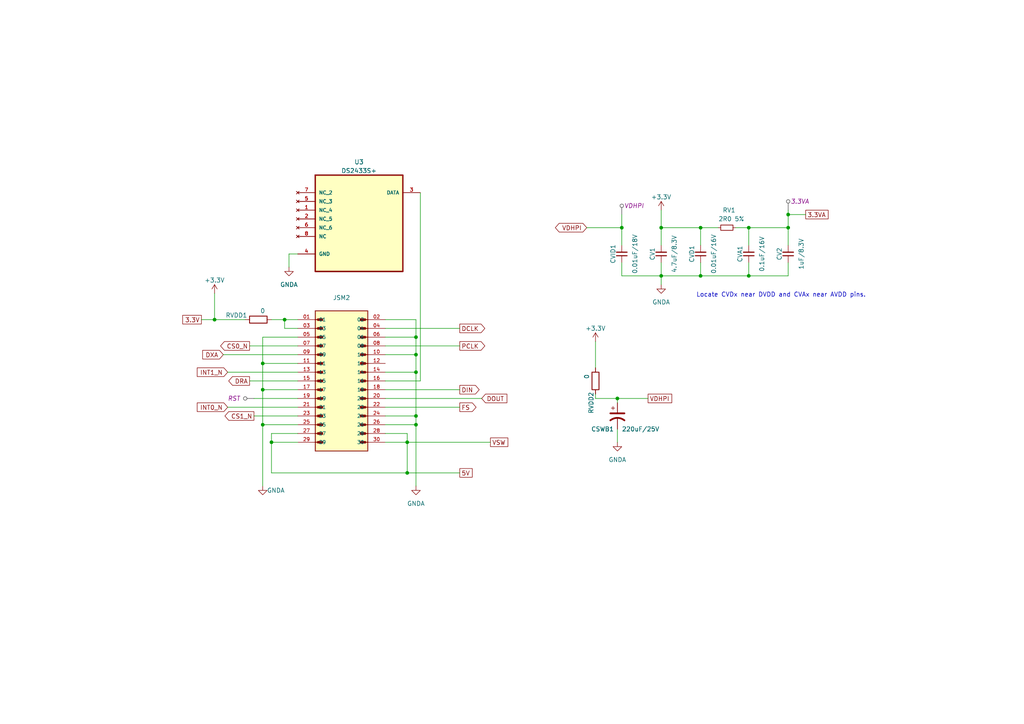
<source format=kicad_sch>
(kicad_sch (version 20230121) (generator eeschema)
  (paper "A4")
  (lib_symbols
    (symbol "Device:C_Polarized_US" (pin_numbers hide) (pin_names (offset 0.254) hide)
      (property "Reference" "C" (at 0.635 2.54 0))
      (property "Value" "C_Polarized_US" (at 0.635 -2.54 0))
      (symbol "C_Polarized_US_0_1"
        (polyline (pts (xy -2.032 0.762) (xy 2.032 0.762)) (stroke (width 0.508)))
        (polyline (pts (xy -1.778 2.286) (xy -0.762 2.286)))
        (polyline (pts (xy -1.27 1.778) (xy -1.27 2.794)))
        (arc (start 2.032 -1.27) (mid 0 -0.5572) (end -2.032 -1.27) (stroke (width 0.508)))
      )
      (symbol "C_Polarized_US_1_1"
        (pin passive line (at 0 3.81 270) (length 2.794) (name "~") (number "1"))
        (pin passive line (at 0 -3.81 90) (length 3.302) (name "~") (number "2"))
      )
    )
    (symbol "Device:C_Small" (pin_numbers hide) (pin_names (offset 0.254) hide)
      (property "Reference" "C" (at 0.254 1.778 0))
      (property "Value" "C_Small" (at 0.254 -2.032 0))
      (symbol "C_Small_0_1"
        (polyline (pts (xy -1.524 -0.508) (xy 1.524 -0.508)) (stroke (width 0.3302)))
        (polyline (pts (xy -1.524 0.508) (xy 1.524 0.508)) (stroke (width 0.3048)))
      )
      (symbol "C_Small_1_1"
        (pin passive line (at 0 2.54 270) (length 2.032) (name "~") (number "1"))
        (pin passive line (at 0 -2.54 90) (length 2.032) (name "~") (number "2"))
      )
    )
    (symbol "Device:R" (pin_numbers hide) (pin_names (offset 0))
      (property "Reference" "R" (at 2.032 0 90))
      (property "Value" "R" (at 0 0 90))
      (symbol "R_0_1"
        (rectangle (start -1.016 -2.54) (end 1.016 2.54) (stroke (width 0.254)))
      )
      (symbol "R_1_1"
        (pin passive line (at 0 3.81 270) (length 1.27) (name "~") (number "1"))
        (pin passive line (at 0 -3.81 90) (length 1.27) (name "~") (number "2"))
      )
    )
    (symbol "Device:R_Small" (pin_numbers hide) (pin_names (offset 0.254) hide)
      (property "Reference" "R" (at 0.762 0.508 0))
      (property "Value" "R_Small" (at 0.762 -1.016 0))
      (symbol "R_Small_0_1"
        (rectangle (start -0.762 1.778) (end 0.762 -1.778) (stroke (width 0.2032)))
      )
      (symbol "R_Small_1_1"
        (pin passive line (at 0 2.54 270) (length 0.762) (name "~") (number "1"))
        (pin passive line (at 0 -2.54 90) (length 0.762) (name "~") (number "2"))
      )
    )
    (symbol "my_lib:DS2433S+" (pin_names (offset 1.016))
      (property "Reference" "U" (at -4.6768 11.1327 0))
      (property "Value" "DS2433S+" (at -6.6116 -20.5213 0))
      (symbol "DS2433S+_0_0"
        (rectangle (start -12.7 -17.78) (end 12.7 10.16) (stroke (width 0.4064)) (fill (type background)))
        (pin no_connect line (at -17.78 0 0) (length 5.08) (name "NC_4") (number "1"))
        (pin no_connect line (at -17.78 -2.54 0) (length 5.08) (name "NC_5") (number "2"))
        (pin bidirectional line (at 17.78 5.08 180) (length 5.08) (name "DATA") (number "3"))
        (pin passive line (at -17.78 -12.7 0) (length 5.08) (name "GND") (number "4"))
        (pin no_connect line (at -17.78 2.54 0) (length 5.08) (name "NC_3") (number "5"))
        (pin no_connect line (at -17.78 -5.08 0) (length 5.08) (name "NC_6") (number "6"))
        (pin no_connect line (at -17.78 5.08 0) (length 5.08) (name "NC_2") (number "7"))
        (pin no_connect line (at -17.78 -7.62 0) (length 5.08) (name "NC") (number "8"))
      )
    )
    (symbol "pin_30_02:77313-101-30LF" (pin_names (offset 1.016))
      (property "Reference" "J" (at -8.12 20.32 0))
      (property "Value" "77313-101-30LF" (at -7.62 -22.86 0))
      (symbol "77313-101-30LF_0_0"
        (rectangle (start -7.62 -20.32) (end 7.62 20.32) (stroke (width 0.254)) (fill (type background)))
        (rectangle (start -6.985 -18.0975) (end -5.3975 -17.4625) (stroke (width 0.1)) (fill (type outline)))
        (rectangle (start -6.985 -15.5575) (end -5.3975 -14.9225) (stroke (width 0.1)) (fill (type outline)))
        (rectangle (start -6.985 -13.0175) (end -5.3975 -12.3825) (stroke (width 0.1)) (fill (type outline)))
        (rectangle (start -6.985 -10.4775) (end -5.3975 -9.8425) (stroke (width 0.1)) (fill (type outline)))
        (rectangle (start -6.985 -7.9375) (end -5.3975 -7.3025) (stroke (width 0.1)) (fill (type outline)))
        (rectangle (start -6.985 -5.3975) (end -5.3975 -4.7625) (stroke (width 0.1)) (fill (type outline)))
        (rectangle (start -6.985 -2.8575) (end -5.3975 -2.2225) (stroke (width 0.1)) (fill (type outline)))
        (rectangle (start -6.985 -0.3175) (end -5.3975 0.3175) (stroke (width 0.1)) (fill (type outline)))
        (rectangle (start -6.985 2.2225) (end -5.3975 2.8575) (stroke (width 0.1)) (fill (type outline)))
        (rectangle (start -6.985 4.7625) (end -5.3975 5.3975) (stroke (width 0.1)) (fill (type outline)))
        (rectangle (start -6.985 7.3025) (end -5.3975 7.9375) (stroke (width 0.1)) (fill (type outline)))
        (rectangle (start -6.985 9.8425) (end -5.3975 10.4775) (stroke (width 0.1)) (fill (type outline)))
        (rectangle (start -6.985 12.3825) (end -5.3975 13.0175) (stroke (width 0.1)) (fill (type outline)))
        (rectangle (start -6.985 14.9225) (end -5.3975 15.5575) (stroke (width 0.1)) (fill (type outline)))
        (rectangle (start -6.985 17.4625) (end -5.3975 18.0975) (stroke (width 0.1)) (fill (type outline)))
        (polyline (pts (xy -7.62 -17.78) (xy -5.715 -17.78)) (stroke (width 0.254)))
        (polyline (pts (xy -7.62 -15.24) (xy -5.715 -15.24)) (stroke (width 0.254)))
        (polyline (pts (xy -7.62 -12.7) (xy -5.715 -12.7)) (stroke (width 0.254)))
        (polyline (pts (xy -7.62 -10.16) (xy -5.715 -10.16)) (stroke (width 0.254)))
        (polyline (pts (xy -7.62 -7.62) (xy -5.715 -7.62)) (stroke (width 0.254)))
        (polyline (pts (xy -7.62 -5.08) (xy -5.715 -5.08)) (stroke (width 0.254)))
        (polyline (pts (xy -7.62 -2.54) (xy -5.715 -2.54)) (stroke (width 0.254)))
        (polyline (pts (xy -7.62 0) (xy -5.715 0)) (stroke (width 0.254)))
        (polyline (pts (xy -7.62 2.54) (xy -5.715 2.54)) (stroke (width 0.254)))
        (polyline (pts (xy -7.62 5.08) (xy -5.715 5.08)) (stroke (width 0.254)))
        (polyline (pts (xy -7.62 7.62) (xy -5.715 7.62)) (stroke (width 0.254)))
        (polyline (pts (xy -7.62 10.16) (xy -5.715 10.16)) (stroke (width 0.254)))
        (polyline (pts (xy -7.62 12.7) (xy -5.715 12.7)) (stroke (width 0.254)))
        (polyline (pts (xy -7.62 15.24) (xy -5.715 15.24)) (stroke (width 0.254)))
        (polyline (pts (xy -7.62 17.78) (xy -5.715 17.78)) (stroke (width 0.254)))
        (polyline (pts (xy 7.62 -17.78) (xy 5.715 -17.78)) (stroke (width 0.254)))
        (polyline (pts (xy 7.62 -15.24) (xy 5.715 -15.24)) (stroke (width 0.254)))
        (polyline (pts (xy 7.62 -12.7) (xy 5.715 -12.7)) (stroke (width 0.254)))
        (polyline (pts (xy 7.62 -10.16) (xy 5.715 -10.16)) (stroke (width 0.254)))
        (polyline (pts (xy 7.62 -7.62) (xy 5.715 -7.62)) (stroke (width 0.254)))
        (polyline (pts (xy 7.62 -5.08) (xy 5.715 -5.08)) (stroke (width 0.254)))
        (polyline (pts (xy 7.62 -2.54) (xy 5.715 -2.54)) (stroke (width 0.254)))
        (polyline (pts (xy 7.62 0) (xy 5.715 0)) (stroke (width 0.254)))
        (polyline (pts (xy 7.62 2.54) (xy 5.715 2.54)) (stroke (width 0.254)))
        (polyline (pts (xy 7.62 5.08) (xy 5.715 5.08)) (stroke (width 0.254)))
        (polyline (pts (xy 7.62 7.62) (xy 5.715 7.62)) (stroke (width 0.254)))
        (polyline (pts (xy 7.62 10.16) (xy 5.715 10.16)) (stroke (width 0.254)))
        (polyline (pts (xy 7.62 12.7) (xy 5.715 12.7)) (stroke (width 0.254)))
        (polyline (pts (xy 7.62 15.24) (xy 5.715 15.24)) (stroke (width 0.254)))
        (polyline (pts (xy 7.62 17.78) (xy 5.715 17.78)) (stroke (width 0.254)))
        (rectangle (start 6.985 -18.0975) (end 5.3975 -17.4625) (stroke (width 0.1)) (fill (type outline)))
        (rectangle (start 6.985 -15.5575) (end 5.3975 -14.9225) (stroke (width 0.1)) (fill (type outline)))
        (rectangle (start 6.985 -13.0175) (end 5.3975 -12.3825) (stroke (width 0.1)) (fill (type outline)))
        (rectangle (start 6.985 -10.4775) (end 5.3975 -9.8425) (stroke (width 0.1)) (fill (type outline)))
        (rectangle (start 6.985 -7.9375) (end 5.3975 -7.3025) (stroke (width 0.1)) (fill (type outline)))
        (rectangle (start 6.985 -5.3975) (end 5.3975 -4.7625) (stroke (width 0.1)) (fill (type outline)))
        (rectangle (start 6.985 -2.8575) (end 5.3975 -2.2225) (stroke (width 0.1)) (fill (type outline)))
        (rectangle (start 6.985 -0.3175) (end 5.3975 0.3175) (stroke (width 0.1)) (fill (type outline)))
        (rectangle (start 6.985 2.2225) (end 5.3975 2.8575) (stroke (width 0.1)) (fill (type outline)))
        (rectangle (start 6.985 4.7625) (end 5.3975 5.3975) (stroke (width 0.1)) (fill (type outline)))
        (rectangle (start 6.985 7.3025) (end 5.3975 7.9375) (stroke (width 0.1)) (fill (type outline)))
        (rectangle (start 6.985 9.8425) (end 5.3975 10.4775) (stroke (width 0.1)) (fill (type outline)))
        (rectangle (start 6.985 12.3825) (end 5.3975 13.0175) (stroke (width 0.1)) (fill (type outline)))
        (rectangle (start 6.985 14.9225) (end 5.3975 15.5575) (stroke (width 0.1)) (fill (type outline)))
        (rectangle (start 6.985 17.4625) (end 5.3975 18.0975) (stroke (width 0.1)) (fill (type outline)))
        (pin passive line (at -12.7 17.78 0) (length 5.08) (name "01") (number "01"))
        (pin passive line (at 12.7 17.78 180) (length 5.08) (name "02") (number "02"))
        (pin passive line (at -12.7 15.24 0) (length 5.08) (name "03") (number "03"))
        (pin passive line (at 12.7 15.24 180) (length 5.08) (name "04") (number "04"))
        (pin passive line (at -12.7 12.7 0) (length 5.08) (name "05") (number "05"))
        (pin passive line (at 12.7 12.7 180) (length 5.08) (name "06") (number "06"))
        (pin passive line (at -12.7 10.16 0) (length 5.08) (name "07") (number "07"))
        (pin passive line (at 12.7 10.16 180) (length 5.08) (name "08") (number "08"))
        (pin passive line (at -12.7 7.62 0) (length 5.08) (name "09") (number "09"))
        (pin passive line (at 12.7 7.62 180) (length 5.08) (name "10") (number "10"))
        (pin passive line (at -12.7 5.08 0) (length 5.08) (name "11") (number "11"))
        (pin passive line (at 12.7 5.08 180) (length 5.08) (name "12") (number "12"))
        (pin passive line (at -12.7 2.54 0) (length 5.08) (name "13") (number "13"))
        (pin passive line (at 12.7 2.54 180) (length 5.08) (name "14") (number "14"))
        (pin passive line (at -12.7 0 0) (length 5.08) (name "15") (number "15"))
        (pin passive line (at 12.7 0 180) (length 5.08) (name "16") (number "16"))
        (pin passive line (at -12.7 -2.54 0) (length 5.08) (name "17") (number "17"))
        (pin passive line (at 12.7 -2.54 180) (length 5.08) (name "18") (number "18"))
        (pin passive line (at -12.7 -5.08 0) (length 5.08) (name "19") (number "19"))
        (pin passive line (at 12.7 -5.08 180) (length 5.08) (name "20") (number "20"))
        (pin passive line (at -12.7 -7.62 0) (length 5.08) (name "21") (number "21"))
        (pin passive line (at 12.7 -7.62 180) (length 5.08) (name "22") (number "22"))
        (pin passive line (at -12.7 -10.16 0) (length 5.08) (name "23") (number "23"))
        (pin passive line (at 12.7 -10.16 180) (length 5.08) (name "24") (number "24"))
        (pin passive line (at -12.7 -12.7 0) (length 5.08) (name "25") (number "25"))
        (pin passive line (at 12.7 -12.7 180) (length 5.08) (name "26") (number "26"))
        (pin passive line (at -12.7 -15.24 0) (length 5.08) (name "27") (number "27"))
        (pin passive line (at 12.7 -15.24 180) (length 5.08) (name "28") (number "28"))
        (pin passive line (at -12.7 -17.78 0) (length 5.08) (name "29") (number "29"))
        (pin passive line (at 12.7 -17.78 180) (length 5.08) (name "30") (number "30"))
      )
    )
    (symbol "power:+3.3V" (power) (pin_names (offset 0))
      (property "Value" "+3.3V" (at 0 3.556 0))
      (symbol "+3.3V_0_1"
        (polyline (pts (xy -0.762 1.27) (xy 0 2.54)))
        (polyline (pts (xy 0 0) (xy 0 2.54)))
        (polyline (pts (xy 0 2.54) (xy 0.762 1.27)))
      )
      (symbol "+3.3V_1_1"
        (pin power_in line (at 0 0 90) (length 0) hide (name "+3.3V") (number "1"))
      )
    )
    (symbol "power:GNDA" (power) (pin_names (offset 0))
      (property "Value" "GNDA" (at 0 -3.81 0))
      (symbol "GNDA_0_1"
        (polyline (pts (xy 0 0) (xy 0 -1.27) (xy 1.27 -1.27) (xy 0 -2.54) (xy -1.27 -1.27) (xy 0 -1.27)))
      )
      (symbol "GNDA_1_1"
        (pin power_in line (at 0 0 270) (length 0) hide (name "GNDA") (number "1"))
      )
    )
  )
  (junction (at 82.55 92.71))
  (junction (at 62.23 92.71))
  (junction (at 217.17 80.01))
  (junction (at 180.34 66.04))
  (junction (at 120.65 107.95))
  (junction (at 118.11 137.16))
  (junction (at 118.11 128.27))
  (junction (at 217.17 66.04))
  (junction (at 228.6 66.04))
  (junction (at 228.6 62.23))
  (junction (at 76.2 113.03))
  (junction (at 120.65 123.19))
  (junction (at 191.77 80.01))
  (junction (at 203.2 66.04))
  (junction (at 203.2 80.01))
  (junction (at 120.65 102.87))
  (junction (at 76.2 123.19))
  (junction (at 179.07 115.57))
  (junction (at 191.77 66.04))
  (junction (at 78.74 128.27))
  (junction (at 76.2 105.41))
  (junction (at 120.65 120.65))
  (junction (at 120.65 97.79))
  (wire (pts (xy 66.04 118.11) (xy 86.36 118.11)))
  (wire (pts (xy 66.04 107.95) (xy 86.36 107.95)))
  (wire (pts (xy 217.17 76.2) (xy 217.17 80.01)))
  (wire (pts (xy 228.6 66.04) (xy 228.6 71.12)))
  (wire (pts (xy 111.76 123.19) (xy 120.65 123.19)))
  (wire (pts (xy 83.82 77.47) (xy 83.82 73.66)))
  (wire (pts (xy 120.65 102.87) (xy 120.65 97.79)))
  (wire (pts (xy 78.74 128.27) (xy 86.36 128.27)))
  (wire (pts (xy 82.55 95.25) (xy 82.55 92.71)))
  (wire (pts (xy 76.2 113.03) (xy 86.36 113.03)))
  (wire (pts (xy 120.65 107.95) (xy 120.65 120.65)))
  (wire (pts (xy 111.76 113.03) (xy 133.35 113.03)))
  (wire (pts (xy 172.72 99.06) (xy 172.72 106.68)))
  (wire (pts (xy 120.65 97.79) (xy 120.65 92.71)))
  (wire (pts (xy 111.76 95.25) (xy 133.35 95.25)))
  (wire (pts (xy 180.34 76.2) (xy 180.34 80.01)))
  (wire (pts (xy 111.76 118.11) (xy 133.35 118.11)))
  (wire (pts (xy 120.65 123.19) (xy 120.65 140.97)))
  (wire (pts (xy 111.76 128.27) (xy 118.11 128.27)))
  (wire (pts (xy 111.76 115.57) (xy 139.7 115.57)))
  (wire (pts (xy 78.74 125.73) (xy 78.74 128.27)))
  (wire (pts (xy 62.23 85.09) (xy 62.23 92.71)))
  (wire (pts (xy 78.74 137.16) (xy 78.74 128.27)))
  (wire (pts (xy 76.2 123.19) (xy 76.2 140.97)))
  (wire (pts (xy 180.34 62.23) (xy 180.34 66.04)))
  (wire (pts (xy 179.07 115.57) (xy 172.72 115.57)))
  (wire (pts (xy 179.07 128.27) (xy 179.07 124.46)))
  (wire (pts (xy 76.2 97.79) (xy 86.36 97.79)))
  (wire (pts (xy 228.6 62.23) (xy 228.6 66.04)))
  (wire (pts (xy 179.07 115.57) (xy 187.96 115.57)))
  (wire (pts (xy 82.55 95.25) (xy 86.36 95.25)))
  (wire (pts (xy 203.2 80.01) (xy 191.77 80.01)))
  (wire (pts (xy 170.18 66.04) (xy 180.34 66.04)))
  (wire (pts (xy 72.39 110.49) (xy 86.36 110.49)))
  (wire (pts (xy 121.92 55.88) (xy 121.92 110.49)))
  (wire (pts (xy 78.74 125.73) (xy 86.36 125.73)))
  (wire (pts (xy 76.2 113.03) (xy 76.2 105.41)))
  (wire (pts (xy 111.76 102.87) (xy 120.65 102.87)))
  (wire (pts (xy 118.11 128.27) (xy 118.11 137.16)))
  (wire (pts (xy 179.07 115.57) (xy 179.07 116.84)))
  (wire (pts (xy 111.76 97.79) (xy 120.65 97.79)))
  (wire (pts (xy 228.6 80.01) (xy 217.17 80.01)))
  (wire (pts (xy 62.23 92.71) (xy 71.12 92.71)))
  (wire (pts (xy 118.11 137.16) (xy 78.74 137.16)))
  (wire (pts (xy 73.66 120.65) (xy 86.36 120.65)))
  (wire (pts (xy 76.2 97.79) (xy 76.2 105.41)))
  (wire (pts (xy 203.2 66.04) (xy 191.77 66.04)))
  (wire (pts (xy 191.77 80.01) (xy 191.77 82.55)))
  (wire (pts (xy 203.2 76.2) (xy 203.2 80.01)))
  (wire (pts (xy 228.6 66.04) (xy 217.17 66.04)))
  (wire (pts (xy 213.36 66.04) (xy 217.17 66.04)))
  (wire (pts (xy 120.65 120.65) (xy 120.65 123.19)))
  (wire (pts (xy 203.2 66.04) (xy 203.2 71.12)))
  (wire (pts (xy 191.77 60.96) (xy 191.77 66.04)))
  (wire (pts (xy 78.74 92.71) (xy 82.55 92.71)))
  (wire (pts (xy 82.55 92.71) (xy 86.36 92.71)))
  (wire (pts (xy 228.6 76.2) (xy 228.6 80.01)))
  (wire (pts (xy 76.2 123.19) (xy 76.2 113.03)))
  (wire (pts (xy 120.65 107.95) (xy 120.65 102.87)))
  (wire (pts (xy 72.39 100.33) (xy 86.36 100.33)))
  (wire (pts (xy 133.35 137.16) (xy 118.11 137.16)))
  (wire (pts (xy 83.82 73.66) (xy 86.36 73.66)))
  (wire (pts (xy 64.77 102.87) (xy 86.36 102.87)))
  (wire (pts (xy 111.76 107.95) (xy 120.65 107.95)))
  (wire (pts (xy 191.77 76.2) (xy 191.77 80.01)))
  (wire (pts (xy 76.2 123.19) (xy 86.36 123.19)))
  (wire (pts (xy 111.76 120.65) (xy 120.65 120.65)))
  (wire (pts (xy 58.42 92.71) (xy 62.23 92.71)))
  (wire (pts (xy 203.2 66.04) (xy 208.28 66.04)))
  (wire (pts (xy 172.72 115.57) (xy 172.72 114.3)))
  (wire (pts (xy 217.17 80.01) (xy 203.2 80.01)))
  (wire (pts (xy 111.76 100.33) (xy 133.35 100.33)))
  (wire (pts (xy 228.6 62.23) (xy 233.68 62.23)))
  (wire (pts (xy 111.76 110.49) (xy 121.92 110.49)))
  (wire (pts (xy 191.77 66.04) (xy 191.77 71.12)))
  (wire (pts (xy 111.76 125.73) (xy 118.11 125.73)))
  (wire (pts (xy 111.76 92.71) (xy 120.65 92.71)))
  (wire (pts (xy 180.34 80.01) (xy 191.77 80.01)))
  (wire (pts (xy 180.34 66.04) (xy 180.34 71.12)))
  (wire (pts (xy 118.11 125.73) (xy 118.11 128.27)))
  (wire (pts (xy 217.17 66.04) (xy 217.17 71.12)))
  (wire (pts (xy 76.2 105.41) (xy 86.36 105.41)))
  (wire (pts (xy 73.66 115.57) (xy 86.36 115.57)))
  (wire (pts (xy 228.6 60.96) (xy 228.6 62.23)))
  (wire (pts (xy 118.11 128.27) (xy 142.24 128.27)))
  (text "Locate CVDx near DVDD and CVAx near AVDD pins." (at 201.93 86.36 0) (effects (font (size 1.27 1.27)) (justify left bottom)))
  (global_label "5V" (shape passive) (at 133.35 137.16 0) (property "Intersheetrefs" "${INTERSHEET_REFS}" (effects hide)))
  (global_label "VSW" (shape passive) (at 142.24 128.27 0) (property "Intersheetrefs" "${INTERSHEET_REFS}" (effects hide)))
  (global_label "INT0_N" (shape input) (at 66.04 118.11 180) (property "Intersheetrefs" "${INTERSHEET_REFS}" (effects hide)))
  (global_label "VDHPI" (shape passive) (at 187.96 115.57 0) (property "Intersheetrefs" "${INTERSHEET_REFS}" (effects hide)))
  (global_label "CS0_N" (shape output) (at 72.39 100.33 180) (property "Intersheetrefs" "${INTERSHEET_REFS}" (effects hide)))
  (global_label "FS" (shape output) (at 133.35 118.11 0) (property "Intersheetrefs" "${INTERSHEET_REFS}" (effects hide)))
  (global_label "3.3VA" (shape passive) (at 233.68 62.23 0) (property "Intersheetrefs" "${INTERSHEET_REFS}" (effects hide)))
  (global_label "DOUT" (shape input) (at 139.7 115.57 0) (property "Intersheetrefs" "${INTERSHEET_REFS}" (effects hide)))
  (global_label "DXA" (shape input) (at 64.77 102.87 180) (property "Intersheetrefs" "${INTERSHEET_REFS}" (effects hide)))
  (global_label "CS1_N" (shape output) (at 73.66 120.65 180) (property "Intersheetrefs" "${INTERSHEET_REFS}" (effects hide)))
  (global_label "VDHPI" (shape bidirectional) (at 170.18 66.04 180) (property "Intersheetrefs" "${INTERSHEET_REFS}" (effects hide)))
  (global_label "INT1_N" (shape input) (at 66.04 107.95 180) (property "Intersheetrefs" "${INTERSHEET_REFS}" (effects hide)))
  (global_label "PCLK" (shape output) (at 133.35 100.33 0) (property "Intersheetrefs" "${INTERSHEET_REFS}" (effects hide)))
  (global_label "DIN" (shape output) (at 133.35 113.03 0) (property "Intersheetrefs" "${INTERSHEET_REFS}" (effects hide)))
  (global_label "DCLK" (shape output) (at 133.35 95.25 0) (property "Intersheetrefs" "${INTERSHEET_REFS}" (effects hide)))
  (global_label "DRA" (shape output) (at 72.39 110.49 180) (property "Intersheetrefs" "${INTERSHEET_REFS}" (effects hide)))
  (global_label "3.3V" (shape passive) (at 58.42 92.71 180) (property "Intersheetrefs" "${INTERSHEET_REFS}" (effects hide)))
  (netclass_flag "" (length 2.54) (shape round) (at 228.6 60.96 0) (property "Netclass" "3.3VA" (at 229.2985 58.42 0) (effects (font italic) (justify left))))
  (netclass_flag "" (length 2.54) (shape round) (at 180.34 62.23 0) (property "Netclass" "VDHPI" (at 181.0385 59.69 0) (effects (font italic) (justify left))))
  (netclass_flag "" (length 2.54) (shape round) (at 73.66 115.57 90) (property "Netclass" "RST" (at 66.04 115.57 0) (effects (font italic) (justify left))))
  (symbol (lib_id "pin_30_02:77313-101-30LF") (at 99.06 110.49 0) (unit 1)
    (property "Reference" "JSM2" (at 99.06 86.36 0))
    (property "Value" "77313-101-30LF" (effects hide))
    (property "Footprint" "my_lib:AMPHENOL_77313-101-30LF" (effects hide))
    (property "PARTREV" "CH" (effects hide))
    (property "STANDARD" "Manufacturer Recommendations" (effects hide))
    (property "MANUFACTURER" "Amphenol FCI" (effects hide))
    (instances (project "telluino" (path "" (reference "JSM2") (unit 1)) (path "" (reference "JSM1") (unit 1))))
  )
  (symbol (lib_id "Device:R") (at 74.93 92.71 90) (unit 1)
    (property "Reference" "RVDD1" (at 68.58 91.44 90))
    (property "Value" "0" (at 76.2 90.17 90))
    (property "Footprint" "Resistor_SMD:R_0603_1608Metric_Pad0.98x0.95mm_HandSolder" (effects hide))
  )
  (symbol (lib_id "Device:C_Small") (at 180.34 73.66 180) (unit 1)
    (property "Reference" "CVID1" (at 177.8 73.66 90))
    (property "Value" "0.01uF/18V" (at 184.15 73.66 90))
    (property "Footprint" "Capacitor_SMD:C_0201_0603Metric_Pad0.64x0.40mm_HandSolder" (effects hide))
  )
  (symbol (lib_id "Device:R") (at 172.72 110.49 180) (unit 1)
    (property "Reference" "RVDD2" (at 171.45 116.84 90))
    (property "Value" "0" (at 170.18 109.22 90))
    (property "Footprint" "Resistor_SMD:R_0603_1608Metric_Pad0.98x0.95mm_HandSolder" (effects hide))
  )
  (symbol (lib_id "power:GNDA") (at 76.2 140.97 0) (unit 1)
    (property "Reference" "#PWR012" (effects hide))
    (property "Value" "GNDA" (at 80.01 142.24 0))
    (instances (project "telluino" (path "" (reference "#PWR012") (unit 1)) (path "" (reference "#PWR04") (unit 1))))
  )
  (symbol (lib_id "Device:C_Small") (at 217.17 73.66 180) (unit 1)
    (property "Reference" "CVA1" (at 214.63 73.66 90))
    (property "Value" "0.1uF/16V" (at 220.98 73.66 90))
    (property "Footprint" "Capacitor_SMD:C_0201_0603Metric_Pad0.64x0.40mm_HandSolder" (effects hide))
  )
  (symbol (lib_id "power:GNDA") (at 191.77 82.55 0) (unit 1)
    (property "Reference" "#PWR09" (effects hide))
    (property "Value" "GNDA" (at 191.77 87.63 0))
  )
  (symbol (lib_id "Device:C_Small") (at 203.2 73.66 180) (unit 1)
    (property "Reference" "CVD1" (at 200.66 73.66 90))
    (property "Value" "0.01uF/16V" (at 207.01 73.66 90))
    (property "Footprint" "Capacitor_SMD:C_0201_0603Metric_Pad0.64x0.40mm_HandSolder" (effects hide))
  )
  (symbol (lib_id "Device:C_Small") (at 191.77 73.66 180) (unit 1)
    (property "Reference" "CV1" (at 189.23 73.66 90))
    (property "Value" "4.7uF/8.3V" (at 195.58 73.66 90))
    (property "Footprint" "Capacitor_SMD:C_0201_0603Metric_Pad0.64x0.40mm_HandSolder" (effects hide))
  )
  (symbol (lib_id "power:GNDA") (at 179.07 128.27 0) (unit 1)
    (property "Reference" "#PWR013" (effects hide))
    (property "Value" "GNDA" (at 179.07 133.35 0))
    (instances (project "telluino" (path "" (reference "#PWR013") (unit 1)) (path "" (reference "#PWR010") (unit 1))))
  )
  (symbol (lib_id "Device:R_Small") (at 210.82 66.04 90) (unit 1)
    (property "Reference" "RV1" (at 213.36 60.96 90) (effects (justify left)))
    (property "Value" "2R0 5%" (at 215.9 63.5 90) (effects (justify left)))
    (property "Footprint" "Resistor_THT:R_Axial_DIN0309_L9.0mm_D3.2mm_P12.70mm_Horizontal" (effects hide))
  )
  (symbol (lib_id "power:+3.3V") (at 191.77 60.96 0) (unit 1)
    (property "Reference" "#PWR022" (effects hide))
    (property "Value" "+3.3V" (at 191.77 57.15 0))
  )
  (symbol (lib_id "power:GNDA") (at 83.82 77.47 0) (unit 1)
    (property "Reference" "#PWR014" (effects hide))
    (property "Value" "GNDA" (at 83.82 82.55 0))
    (instances (project "telluino" (path "" (reference "#PWR014") (unit 1)) (path "" (reference "#PWR07") (unit 1))))
  )
  (symbol (lib_id "Device:C_Polarized_US") (at 179.07 120.65 0) (unit 1)
    (property "Reference" "CSWB1" (at 171.45 124.46 0) (effects (justify left)))
    (property "Value" "220uF/25V" (at 180.34 124.46 0) (effects (justify left)))
    (property "Footprint" "Capacitor_THT:CP_Radial_D10.0mm_P2.50mm" (effects hide))
  )
  (symbol (lib_id "power:GNDA") (at 120.65 140.97 0) (unit 1)
    (property "Reference" "#PWR011" (effects hide))
    (property "Value" "GNDA" (at 120.65 146.05 0))
    (instances (project "telluino" (path "" (reference "#PWR011") (unit 1)) (path "" (reference "#PWR08") (unit 1))))
  )
  (symbol (lib_id "power:+3.3V") (at 172.72 99.06 0) (unit 1)
    (property "Reference" "#PWR021" (effects hide))
    (property "Value" "+3.3V" (at 172.72 95.25 0))
  )
  (symbol (lib_id "power:+3.3V") (at 62.23 85.09 0) (unit 1)
    (property "Reference" "#PWR020" (effects hide))
    (property "Value" "+3.3V" (at 62.23 81.28 0))
  )
  (symbol (lib_id "my_lib:DS2433S+") (at 104.14 60.96 0) (unit 1)
    (property "Reference" "U3" (at 104.14 46.99 0))
    (property "Value" "DS2433S+" (at 104.14 49.53 0))
    (property "Footprint" "my_lib:SOIC127P780X210-8N" (effects hide))
    (property "SUPPLIER" "Maxim" (effects hide))
    (property "MPN" "DS2433S+" (effects hide))
    (property "OC_NEWARK" "32K5656" (effects hide))
    (property "OC_FARNELL" "9724869" (effects hide))
    (property "PACKAGE" "SOIC-8" (effects hide))
  )
  (symbol (lib_id "Device:C_Small") (at 228.6 73.66 180) (unit 1)
    (property "Reference" "CV2" (at 226.06 73.66 90))
    (property "Value" "1uF/8.3V" (at 232.41 73.66 90))
    (property "Footprint" "Capacitor_SMD:C_0201_0603Metric_Pad0.64x0.40mm_HandSolder" (effects hide))
  )
)
</source>
